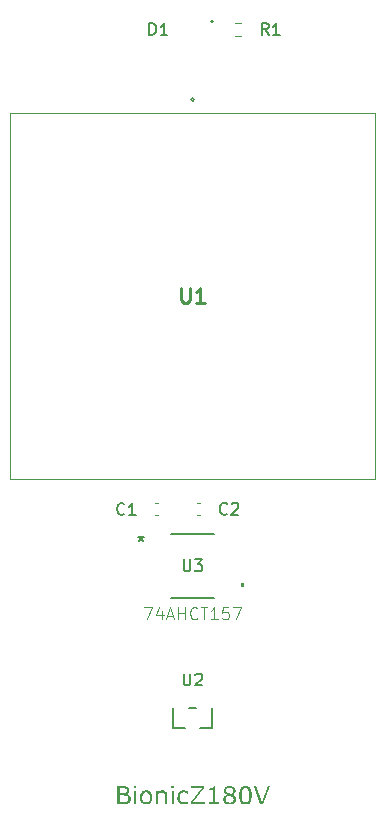
<source format=gbr>
G04 #@! TF.GenerationSoftware,KiCad,Pcbnew,9.0.6*
G04 #@! TF.CreationDate,2025-12-02T20:11:39+09:00*
G04 #@! TF.ProjectId,bionic-z180v,62696f6e-6963-42d7-9a31-3830762e6b69,2*
G04 #@! TF.SameCoordinates,Original*
G04 #@! TF.FileFunction,Legend,Top*
G04 #@! TF.FilePolarity,Positive*
%FSLAX46Y46*%
G04 Gerber Fmt 4.6, Leading zero omitted, Abs format (unit mm)*
G04 Created by KiCad (PCBNEW 9.0.6) date 2025-12-02 20:11:39*
%MOMM*%
%LPD*%
G01*
G04 APERTURE LIST*
%ADD10C,0.150000*%
%ADD11C,0.100000*%
%ADD12C,0.254000*%
%ADD13C,0.152400*%
%ADD14C,0.000000*%
%ADD15C,0.120000*%
%ADD16C,0.200000*%
G04 APERTURE END LIST*
D10*
G36*
X107931915Y-135650061D02*
G01*
X108025476Y-135658789D01*
X108106513Y-135677697D01*
X108184295Y-135710080D01*
X108236718Y-135743504D01*
X108276779Y-135781259D01*
X108306202Y-135823561D01*
X108334157Y-135897607D01*
X108344121Y-135989433D01*
X108337631Y-136060240D01*
X108319033Y-136121445D01*
X108288800Y-136174905D01*
X108225103Y-136243385D01*
X108141247Y-136298736D01*
X108141247Y-136306887D01*
X108239611Y-136337005D01*
X108319874Y-136382062D01*
X108385062Y-136441984D01*
X108433826Y-136515418D01*
X108463767Y-136601463D01*
X108474272Y-136703477D01*
X108469218Y-136777948D01*
X108454678Y-136844180D01*
X108431224Y-136903420D01*
X108380387Y-136982873D01*
X108315453Y-137046119D01*
X108224885Y-137103884D01*
X108126409Y-137142015D01*
X108016332Y-137162610D01*
X107864642Y-137170500D01*
X107323613Y-137170500D01*
X107323613Y-136994645D01*
X107526488Y-136994645D01*
X107794941Y-136994645D01*
X107922123Y-136990867D01*
X108013111Y-136981089D01*
X108092989Y-136960981D01*
X108152512Y-136931355D01*
X108203227Y-136888258D01*
X108236501Y-136841871D01*
X108255902Y-136787100D01*
X108263154Y-136712178D01*
X108255470Y-136627139D01*
X108235494Y-136568471D01*
X108198550Y-136521005D01*
X108135110Y-136477979D01*
X108082545Y-136457800D01*
X108015675Y-136445373D01*
X107845133Y-136437771D01*
X107526488Y-136437771D01*
X107526488Y-136994645D01*
X107323613Y-136994645D01*
X107323613Y-136261916D01*
X107526488Y-136261916D01*
X107788804Y-136261916D01*
X107879202Y-136259164D01*
X107940388Y-136252207D01*
X107994761Y-136237250D01*
X108044985Y-136211816D01*
X108086469Y-136176248D01*
X108113128Y-136132590D01*
X108127797Y-136081292D01*
X108133095Y-136017551D01*
X108128142Y-135965058D01*
X108114594Y-135924495D01*
X108090977Y-135890704D01*
X108055243Y-135863220D01*
X108003539Y-135841301D01*
X107938373Y-135828965D01*
X107768288Y-135822279D01*
X107526488Y-135822279D01*
X107526488Y-136261916D01*
X107323613Y-136261916D01*
X107323613Y-135646424D01*
X107775432Y-135646424D01*
X107931915Y-135650061D01*
G37*
G36*
X108954301Y-135834003D02*
G01*
X108737047Y-135834003D01*
X108737047Y-135634700D01*
X108954301Y-135634700D01*
X108954301Y-135834003D01*
G37*
G36*
X108941936Y-137170500D02*
G01*
X108749320Y-137170500D01*
X108749320Y-136027443D01*
X108941936Y-136027443D01*
X108941936Y-137170500D01*
G37*
G36*
X109888838Y-136008898D02*
G01*
X109990196Y-136039681D01*
X110078264Y-136089610D01*
X110155243Y-136159700D01*
X110215799Y-136243923D01*
X110260421Y-136343243D01*
X110288650Y-136460554D01*
X110298674Y-136599521D01*
X110288642Y-136738503D01*
X110260401Y-136855710D01*
X110215780Y-136954833D01*
X110155243Y-137038792D01*
X110078298Y-137108619D01*
X109990243Y-137158382D01*
X109888873Y-137189074D01*
X109771018Y-137199809D01*
X109652025Y-137189032D01*
X109550059Y-137158273D01*
X109461857Y-137108501D01*
X109385145Y-137038792D01*
X109324859Y-136954868D01*
X109280406Y-136855757D01*
X109252263Y-136738538D01*
X109242263Y-136599521D01*
X109441016Y-136599521D01*
X109447474Y-136707161D01*
X109465240Y-136794246D01*
X109492461Y-136864350D01*
X109528119Y-136920456D01*
X109575524Y-136967955D01*
X109630655Y-137001685D01*
X109695044Y-137022504D01*
X109771018Y-137029816D01*
X109845922Y-137022603D01*
X109909741Y-137002019D01*
X109964701Y-136968597D01*
X110012269Y-136921463D01*
X110048069Y-136865826D01*
X110075462Y-136795813D01*
X110093389Y-136708296D01*
X110099922Y-136599521D01*
X110093335Y-136487725D01*
X110075373Y-136398966D01*
X110048137Y-136329046D01*
X110012819Y-136274464D01*
X109965600Y-136228370D01*
X109910702Y-136195549D01*
X109846599Y-136175256D01*
X109771018Y-136168127D01*
X109694296Y-136175301D01*
X109629603Y-136195662D01*
X109574562Y-136228491D01*
X109527569Y-136274464D01*
X109492493Y-136329008D01*
X109465425Y-136398911D01*
X109447566Y-136487683D01*
X109441016Y-136599521D01*
X109242263Y-136599521D01*
X109252254Y-136460519D01*
X109280386Y-136343195D01*
X109324840Y-136243889D01*
X109385145Y-136159700D01*
X109461892Y-136089728D01*
X109550107Y-136039791D01*
X109652060Y-136008941D01*
X109771018Y-135998134D01*
X109888838Y-136008898D01*
G37*
G36*
X111553747Y-137170500D02*
G01*
X111361131Y-137170500D01*
X111361131Y-136520295D01*
X111351880Y-136372558D01*
X111337920Y-136308187D01*
X111318083Y-136264664D01*
X111287038Y-136227474D01*
X111244261Y-136200825D01*
X111192106Y-136185634D01*
X111119330Y-136179851D01*
X111040446Y-136189128D01*
X110954283Y-136218685D01*
X110870496Y-136262601D01*
X110789328Y-136317878D01*
X110789328Y-137170500D01*
X110596712Y-137170500D01*
X110596712Y-136027443D01*
X110789328Y-136027443D01*
X110789328Y-136156403D01*
X110882307Y-136089243D01*
X110975807Y-136039991D01*
X111073847Y-136008508D01*
X111173552Y-135998134D01*
X111265358Y-136005899D01*
X111341208Y-136027669D01*
X111404150Y-136062160D01*
X111456385Y-136109509D01*
X111496784Y-136167251D01*
X111527133Y-136238026D01*
X111546695Y-136324525D01*
X111553747Y-136430077D01*
X111553747Y-137170500D01*
G37*
G36*
X112131412Y-135834003D02*
G01*
X111914158Y-135834003D01*
X111914158Y-135634700D01*
X112131412Y-135634700D01*
X112131412Y-135834003D01*
G37*
G36*
X112119047Y-137170500D02*
G01*
X111926431Y-137170500D01*
X111926431Y-136027443D01*
X112119047Y-136027443D01*
X112119047Y-137170500D01*
G37*
G36*
X113346734Y-137096219D02*
G01*
X113250807Y-137138138D01*
X113163826Y-137168210D01*
X113075412Y-137187394D01*
X112979911Y-137193947D01*
X112859305Y-137184579D01*
X112752399Y-137157585D01*
X112686075Y-137128871D01*
X112627266Y-137092267D01*
X112575170Y-137047584D01*
X112529883Y-136995262D01*
X112491240Y-136933576D01*
X112459308Y-136861288D01*
X112437255Y-136785113D01*
X112423288Y-136697908D01*
X112418366Y-136598055D01*
X112429087Y-136458531D01*
X112459289Y-136341101D01*
X112507167Y-136241874D01*
X112572514Y-136157869D01*
X112654459Y-136088897D01*
X112748017Y-136039441D01*
X112855457Y-136008841D01*
X112979911Y-135998134D01*
X113077336Y-136005087D01*
X113173077Y-136025978D01*
X113265092Y-136057292D01*
X113346734Y-136093846D01*
X113346734Y-136308811D01*
X113336475Y-136308811D01*
X113245833Y-136248228D01*
X113154575Y-136204580D01*
X113060585Y-136176969D01*
X112971668Y-136168127D01*
X112891370Y-136175459D01*
X112822884Y-136196350D01*
X112763927Y-136230116D01*
X112712923Y-136277395D01*
X112673828Y-136333980D01*
X112644257Y-136404236D01*
X112625076Y-136491071D01*
X112618127Y-136598055D01*
X112624852Y-136701781D01*
X112643506Y-136786928D01*
X112672420Y-136856689D01*
X112710817Y-136913678D01*
X112760907Y-136961175D01*
X112819779Y-136995253D01*
X112889186Y-137016465D01*
X112971668Y-137023954D01*
X113030142Y-137020212D01*
X113090553Y-137008750D01*
X113148931Y-136990916D01*
X113199180Y-136969274D01*
X113278040Y-136924303D01*
X113336475Y-136883270D01*
X113346734Y-136883270D01*
X113346734Y-137096219D01*
G37*
G36*
X114723805Y-137170500D02*
G01*
X113533121Y-137170500D01*
X113533121Y-136982921D01*
X114468633Y-135828141D01*
X113567926Y-135828141D01*
X113567926Y-135646424D01*
X114701182Y-135646424D01*
X114701182Y-135834003D01*
X113756512Y-136988783D01*
X114723805Y-136988783D01*
X114723805Y-137170500D01*
G37*
G36*
X115952316Y-137170500D02*
G01*
X115126440Y-137170500D01*
X115126440Y-137012230D01*
X115444077Y-137012230D01*
X115444077Y-135998134D01*
X115126440Y-135998134D01*
X115126440Y-135857450D01*
X115264742Y-135846825D01*
X115333615Y-135832586D01*
X115376483Y-135815868D01*
X115419111Y-135786613D01*
X115450672Y-135751479D01*
X115471429Y-135707877D01*
X115481996Y-135646424D01*
X115640815Y-135646424D01*
X115640815Y-137012230D01*
X115952316Y-137012230D01*
X115952316Y-137170500D01*
G37*
G36*
X116958268Y-135624749D02*
G01*
X117055492Y-135646253D01*
X117138141Y-135680164D01*
X117208488Y-135725925D01*
X117269157Y-135785237D01*
X117311052Y-135850100D01*
X117336168Y-135921783D01*
X117344775Y-136002347D01*
X117337894Y-136069010D01*
X117316842Y-136135903D01*
X117280204Y-136204214D01*
X117231646Y-136264266D01*
X117169160Y-136315842D01*
X117090610Y-136359186D01*
X117090610Y-136365322D01*
X117182798Y-136411498D01*
X117254846Y-136461722D01*
X117309879Y-136515715D01*
X117351220Y-136579144D01*
X117376732Y-136654041D01*
X117385716Y-136743410D01*
X117375951Y-136837960D01*
X117347443Y-136922482D01*
X117299969Y-136999259D01*
X117231477Y-137069749D01*
X117151201Y-137125655D01*
X117061092Y-137166060D01*
X116959352Y-137191088D01*
X116843680Y-137199809D01*
X116719892Y-137190969D01*
X116614752Y-137166015D01*
X116525159Y-137126486D01*
X116448648Y-137072772D01*
X116383903Y-137004198D01*
X116338585Y-136928293D01*
X116311119Y-136843496D01*
X116301645Y-136747440D01*
X116303533Y-136728756D01*
X116508640Y-136728756D01*
X116519516Y-136815102D01*
X116551020Y-136888848D01*
X116603895Y-136953062D01*
X116672013Y-137001618D01*
X116751573Y-137031199D01*
X116845787Y-137041539D01*
X116942861Y-137032364D01*
X117021311Y-137006774D01*
X117085023Y-136966160D01*
X117134304Y-136910426D01*
X117164167Y-136842583D01*
X117174691Y-136758889D01*
X117169578Y-136698470D01*
X117155407Y-136649829D01*
X117133200Y-136610603D01*
X117101719Y-136577529D01*
X117049853Y-136540323D01*
X116970717Y-136498404D01*
X116865204Y-136457188D01*
X116712522Y-136403882D01*
X116654681Y-136440950D01*
X116605574Y-136485398D01*
X116564419Y-136537697D01*
X116533568Y-136596120D01*
X116514984Y-136659369D01*
X116508640Y-136728756D01*
X116303533Y-136728756D01*
X116309897Y-136665789D01*
X116334300Y-136590281D01*
X116375375Y-136519287D01*
X116429864Y-136457195D01*
X116498503Y-136403194D01*
X116583379Y-136357171D01*
X116583379Y-136351034D01*
X116504203Y-136303354D01*
X116444685Y-136255951D01*
X116401479Y-136208793D01*
X116369440Y-136154522D01*
X116349578Y-136090897D01*
X116342586Y-136015628D01*
X116345298Y-135990532D01*
X116548574Y-135990532D01*
X116559159Y-136059758D01*
X116590065Y-136117752D01*
X116639567Y-136166445D01*
X116715636Y-136213281D01*
X116824721Y-136261367D01*
X116963573Y-136310368D01*
X117028058Y-136261584D01*
X117073684Y-136215084D01*
X117103982Y-136170417D01*
X117132830Y-136093678D01*
X117142908Y-136002805D01*
X117133277Y-135934052D01*
X117105463Y-135876956D01*
X117058370Y-135828599D01*
X116998910Y-135793431D01*
X116927955Y-135771455D01*
X116842673Y-135763661D01*
X116758534Y-135771074D01*
X116688924Y-135791896D01*
X116631006Y-135825027D01*
X116585003Y-135870935D01*
X116557933Y-135925166D01*
X116548574Y-135990532D01*
X116345298Y-135990532D01*
X116351437Y-135933721D01*
X116377372Y-135860201D01*
X116420828Y-135793031D01*
X116484002Y-135730963D01*
X116557278Y-135682350D01*
X116640405Y-135646933D01*
X116735140Y-135624847D01*
X116843680Y-135617115D01*
X116958268Y-135624749D01*
G37*
G36*
X118289075Y-135625872D02*
G01*
X118381171Y-135650581D01*
X118459113Y-135689879D01*
X118525228Y-135743781D01*
X118580888Y-135813669D01*
X118631445Y-135912290D01*
X118671195Y-136039674D01*
X118697701Y-136202264D01*
X118707467Y-136407454D01*
X118700905Y-136581302D01*
X118682850Y-136724003D01*
X118655449Y-136840098D01*
X118620399Y-136933690D01*
X118578873Y-137008383D01*
X118522647Y-137076425D01*
X118456377Y-137128959D01*
X118378725Y-137167255D01*
X118287480Y-137191302D01*
X118179719Y-137199809D01*
X118070243Y-137191140D01*
X117978087Y-137166695D01*
X117900155Y-137127856D01*
X117834109Y-137074665D01*
X117778551Y-137005819D01*
X117728250Y-136908504D01*
X117688519Y-136781433D01*
X117661905Y-136617725D01*
X117652063Y-136409469D01*
X117860067Y-136409469D01*
X117863165Y-136561861D01*
X117871332Y-136675358D01*
X117889475Y-136778568D01*
X117919509Y-136866875D01*
X117961224Y-136937962D01*
X118015313Y-136988050D01*
X118058596Y-137010295D01*
X118112567Y-137024623D01*
X118179811Y-137029816D01*
X118242941Y-137024996D01*
X118295557Y-137011480D01*
X118339546Y-136990157D01*
X118377905Y-136959945D01*
X118410671Y-136920367D01*
X118438006Y-136869898D01*
X118467374Y-136782894D01*
X118486641Y-136675908D01*
X118495979Y-136558718D01*
X118499464Y-136407454D01*
X118496007Y-136257625D01*
X118486641Y-136138543D01*
X118466934Y-136029689D01*
X118436999Y-135945011D01*
X118393586Y-135875046D01*
X118339088Y-135826859D01*
X118296010Y-135805569D01*
X118243621Y-135791984D01*
X118179811Y-135787108D01*
X118116625Y-135791948D01*
X118064148Y-135805503D01*
X118020443Y-135826859D01*
X117965051Y-135875419D01*
X117920517Y-135947026D01*
X117892434Y-136028902D01*
X117872889Y-136143672D01*
X117863419Y-136267702D01*
X117860067Y-136409469D01*
X117652063Y-136409469D01*
X117662050Y-136199576D01*
X117689023Y-136035054D01*
X117729241Y-135907766D01*
X117780108Y-135810647D01*
X117836263Y-135741800D01*
X117902535Y-135688693D01*
X117980258Y-135650002D01*
X118071665Y-135625710D01*
X118179719Y-135617115D01*
X118289075Y-135625872D01*
G37*
G36*
X120254623Y-135646424D02*
G01*
X119699215Y-137170500D01*
X119428747Y-137170500D01*
X118873339Y-135646424D01*
X119090593Y-135646424D01*
X119569064Y-136987317D01*
X120047628Y-135646424D01*
X120254623Y-135646424D01*
G37*
D11*
X109628571Y-120511419D02*
X110295237Y-120511419D01*
X110295237Y-120511419D02*
X109866666Y-121511419D01*
X111104761Y-120844752D02*
X111104761Y-121511419D01*
X110866666Y-120463800D02*
X110628571Y-121178085D01*
X110628571Y-121178085D02*
X111247618Y-121178085D01*
X111580952Y-121225704D02*
X112057142Y-121225704D01*
X111485714Y-121511419D02*
X111819047Y-120511419D01*
X111819047Y-120511419D02*
X112152380Y-121511419D01*
X112485714Y-121511419D02*
X112485714Y-120511419D01*
X112485714Y-120987609D02*
X113057142Y-120987609D01*
X113057142Y-121511419D02*
X113057142Y-120511419D01*
X114104761Y-121416180D02*
X114057142Y-121463800D01*
X114057142Y-121463800D02*
X113914285Y-121511419D01*
X113914285Y-121511419D02*
X113819047Y-121511419D01*
X113819047Y-121511419D02*
X113676190Y-121463800D01*
X113676190Y-121463800D02*
X113580952Y-121368561D01*
X113580952Y-121368561D02*
X113533333Y-121273323D01*
X113533333Y-121273323D02*
X113485714Y-121082847D01*
X113485714Y-121082847D02*
X113485714Y-120939990D01*
X113485714Y-120939990D02*
X113533333Y-120749514D01*
X113533333Y-120749514D02*
X113580952Y-120654276D01*
X113580952Y-120654276D02*
X113676190Y-120559038D01*
X113676190Y-120559038D02*
X113819047Y-120511419D01*
X113819047Y-120511419D02*
X113914285Y-120511419D01*
X113914285Y-120511419D02*
X114057142Y-120559038D01*
X114057142Y-120559038D02*
X114104761Y-120606657D01*
X114390476Y-120511419D02*
X114961904Y-120511419D01*
X114676190Y-121511419D02*
X114676190Y-120511419D01*
X115819047Y-121511419D02*
X115247619Y-121511419D01*
X115533333Y-121511419D02*
X115533333Y-120511419D01*
X115533333Y-120511419D02*
X115438095Y-120654276D01*
X115438095Y-120654276D02*
X115342857Y-120749514D01*
X115342857Y-120749514D02*
X115247619Y-120797133D01*
X116723809Y-120511419D02*
X116247619Y-120511419D01*
X116247619Y-120511419D02*
X116200000Y-120987609D01*
X116200000Y-120987609D02*
X116247619Y-120939990D01*
X116247619Y-120939990D02*
X116342857Y-120892371D01*
X116342857Y-120892371D02*
X116580952Y-120892371D01*
X116580952Y-120892371D02*
X116676190Y-120939990D01*
X116676190Y-120939990D02*
X116723809Y-120987609D01*
X116723809Y-120987609D02*
X116771428Y-121082847D01*
X116771428Y-121082847D02*
X116771428Y-121320942D01*
X116771428Y-121320942D02*
X116723809Y-121416180D01*
X116723809Y-121416180D02*
X116676190Y-121463800D01*
X116676190Y-121463800D02*
X116580952Y-121511419D01*
X116580952Y-121511419D02*
X116342857Y-121511419D01*
X116342857Y-121511419D02*
X116247619Y-121463800D01*
X116247619Y-121463800D02*
X116200000Y-121416180D01*
X117104762Y-120511419D02*
X117771428Y-120511419D01*
X117771428Y-120511419D02*
X117342857Y-121511419D01*
D10*
X112938095Y-116455820D02*
X112938095Y-117265343D01*
X112938095Y-117265343D02*
X112985714Y-117360581D01*
X112985714Y-117360581D02*
X113033333Y-117408201D01*
X113033333Y-117408201D02*
X113128571Y-117455820D01*
X113128571Y-117455820D02*
X113319047Y-117455820D01*
X113319047Y-117455820D02*
X113414285Y-117408201D01*
X113414285Y-117408201D02*
X113461904Y-117360581D01*
X113461904Y-117360581D02*
X113509523Y-117265343D01*
X113509523Y-117265343D02*
X113509523Y-116455820D01*
X113890476Y-116455820D02*
X114509523Y-116455820D01*
X114509523Y-116455820D02*
X114176190Y-116836772D01*
X114176190Y-116836772D02*
X114319047Y-116836772D01*
X114319047Y-116836772D02*
X114414285Y-116884391D01*
X114414285Y-116884391D02*
X114461904Y-116932010D01*
X114461904Y-116932010D02*
X114509523Y-117027248D01*
X114509523Y-117027248D02*
X114509523Y-117265343D01*
X114509523Y-117265343D02*
X114461904Y-117360581D01*
X114461904Y-117360581D02*
X114414285Y-117408201D01*
X114414285Y-117408201D02*
X114319047Y-117455820D01*
X114319047Y-117455820D02*
X114033333Y-117455820D01*
X114033333Y-117455820D02*
X113938095Y-117408201D01*
X113938095Y-117408201D02*
X113890476Y-117360581D01*
X109331200Y-114438220D02*
X109331200Y-114676315D01*
X109093105Y-114581077D02*
X109331200Y-114676315D01*
X109331200Y-114676315D02*
X109569295Y-114581077D01*
X109188343Y-114866791D02*
X109331200Y-114676315D01*
X109331200Y-114676315D02*
X109474057Y-114866791D01*
X110040905Y-72055019D02*
X110040905Y-71055019D01*
X110040905Y-71055019D02*
X110279000Y-71055019D01*
X110279000Y-71055019D02*
X110421857Y-71102638D01*
X110421857Y-71102638D02*
X110517095Y-71197876D01*
X110517095Y-71197876D02*
X110564714Y-71293114D01*
X110564714Y-71293114D02*
X110612333Y-71483590D01*
X110612333Y-71483590D02*
X110612333Y-71626447D01*
X110612333Y-71626447D02*
X110564714Y-71816923D01*
X110564714Y-71816923D02*
X110517095Y-71912161D01*
X110517095Y-71912161D02*
X110421857Y-72007400D01*
X110421857Y-72007400D02*
X110279000Y-72055019D01*
X110279000Y-72055019D02*
X110040905Y-72055019D01*
X111564714Y-72055019D02*
X110993286Y-72055019D01*
X111279000Y-72055019D02*
X111279000Y-71055019D01*
X111279000Y-71055019D02*
X111183762Y-71197876D01*
X111183762Y-71197876D02*
X111088524Y-71293114D01*
X111088524Y-71293114D02*
X110993286Y-71340733D01*
X120137333Y-72055019D02*
X119804000Y-71578828D01*
X119565905Y-72055019D02*
X119565905Y-71055019D01*
X119565905Y-71055019D02*
X119946857Y-71055019D01*
X119946857Y-71055019D02*
X120042095Y-71102638D01*
X120042095Y-71102638D02*
X120089714Y-71150257D01*
X120089714Y-71150257D02*
X120137333Y-71245495D01*
X120137333Y-71245495D02*
X120137333Y-71388352D01*
X120137333Y-71388352D02*
X120089714Y-71483590D01*
X120089714Y-71483590D02*
X120042095Y-71531209D01*
X120042095Y-71531209D02*
X119946857Y-71578828D01*
X119946857Y-71578828D02*
X119565905Y-71578828D01*
X121089714Y-72055019D02*
X120518286Y-72055019D01*
X120804000Y-72055019D02*
X120804000Y-71055019D01*
X120804000Y-71055019D02*
X120708762Y-71197876D01*
X120708762Y-71197876D02*
X120613524Y-71293114D01*
X120613524Y-71293114D02*
X120518286Y-71340733D01*
D12*
X112732380Y-93434318D02*
X112732380Y-94462413D01*
X112732380Y-94462413D02*
X112792857Y-94583365D01*
X112792857Y-94583365D02*
X112853333Y-94643842D01*
X112853333Y-94643842D02*
X112974285Y-94704318D01*
X112974285Y-94704318D02*
X113216190Y-94704318D01*
X113216190Y-94704318D02*
X113337142Y-94643842D01*
X113337142Y-94643842D02*
X113397619Y-94583365D01*
X113397619Y-94583365D02*
X113458095Y-94462413D01*
X113458095Y-94462413D02*
X113458095Y-93434318D01*
X114728095Y-94704318D02*
X114002380Y-94704318D01*
X114365237Y-94704318D02*
X114365237Y-93434318D01*
X114365237Y-93434318D02*
X114244285Y-93615746D01*
X114244285Y-93615746D02*
X114123333Y-93736699D01*
X114123333Y-93736699D02*
X114002380Y-93797175D01*
D10*
X112938095Y-126122219D02*
X112938095Y-126931742D01*
X112938095Y-126931742D02*
X112985714Y-127026980D01*
X112985714Y-127026980D02*
X113033333Y-127074600D01*
X113033333Y-127074600D02*
X113128571Y-127122219D01*
X113128571Y-127122219D02*
X113319047Y-127122219D01*
X113319047Y-127122219D02*
X113414285Y-127074600D01*
X113414285Y-127074600D02*
X113461904Y-127026980D01*
X113461904Y-127026980D02*
X113509523Y-126931742D01*
X113509523Y-126931742D02*
X113509523Y-126122219D01*
X113938095Y-126217457D02*
X113985714Y-126169838D01*
X113985714Y-126169838D02*
X114080952Y-126122219D01*
X114080952Y-126122219D02*
X114319047Y-126122219D01*
X114319047Y-126122219D02*
X114414285Y-126169838D01*
X114414285Y-126169838D02*
X114461904Y-126217457D01*
X114461904Y-126217457D02*
X114509523Y-126312695D01*
X114509523Y-126312695D02*
X114509523Y-126407933D01*
X114509523Y-126407933D02*
X114461904Y-126550790D01*
X114461904Y-126550790D02*
X113890476Y-127122219D01*
X113890476Y-127122219D02*
X114509523Y-127122219D01*
X107919933Y-112599780D02*
X107872314Y-112647400D01*
X107872314Y-112647400D02*
X107729457Y-112695019D01*
X107729457Y-112695019D02*
X107634219Y-112695019D01*
X107634219Y-112695019D02*
X107491362Y-112647400D01*
X107491362Y-112647400D02*
X107396124Y-112552161D01*
X107396124Y-112552161D02*
X107348505Y-112456923D01*
X107348505Y-112456923D02*
X107300886Y-112266447D01*
X107300886Y-112266447D02*
X107300886Y-112123590D01*
X107300886Y-112123590D02*
X107348505Y-111933114D01*
X107348505Y-111933114D02*
X107396124Y-111837876D01*
X107396124Y-111837876D02*
X107491362Y-111742638D01*
X107491362Y-111742638D02*
X107634219Y-111695019D01*
X107634219Y-111695019D02*
X107729457Y-111695019D01*
X107729457Y-111695019D02*
X107872314Y-111742638D01*
X107872314Y-111742638D02*
X107919933Y-111790257D01*
X108872314Y-112695019D02*
X108300886Y-112695019D01*
X108586600Y-112695019D02*
X108586600Y-111695019D01*
X108586600Y-111695019D02*
X108491362Y-111837876D01*
X108491362Y-111837876D02*
X108396124Y-111933114D01*
X108396124Y-111933114D02*
X108300886Y-111980733D01*
X116632133Y-112574380D02*
X116584514Y-112622000D01*
X116584514Y-112622000D02*
X116441657Y-112669619D01*
X116441657Y-112669619D02*
X116346419Y-112669619D01*
X116346419Y-112669619D02*
X116203562Y-112622000D01*
X116203562Y-112622000D02*
X116108324Y-112526761D01*
X116108324Y-112526761D02*
X116060705Y-112431523D01*
X116060705Y-112431523D02*
X116013086Y-112241047D01*
X116013086Y-112241047D02*
X116013086Y-112098190D01*
X116013086Y-112098190D02*
X116060705Y-111907714D01*
X116060705Y-111907714D02*
X116108324Y-111812476D01*
X116108324Y-111812476D02*
X116203562Y-111717238D01*
X116203562Y-111717238D02*
X116346419Y-111669619D01*
X116346419Y-111669619D02*
X116441657Y-111669619D01*
X116441657Y-111669619D02*
X116584514Y-111717238D01*
X116584514Y-111717238D02*
X116632133Y-111764857D01*
X117013086Y-111764857D02*
X117060705Y-111717238D01*
X117060705Y-111717238D02*
X117155943Y-111669619D01*
X117155943Y-111669619D02*
X117394038Y-111669619D01*
X117394038Y-111669619D02*
X117489276Y-111717238D01*
X117489276Y-111717238D02*
X117536895Y-111764857D01*
X117536895Y-111764857D02*
X117584514Y-111860095D01*
X117584514Y-111860095D02*
X117584514Y-111955333D01*
X117584514Y-111955333D02*
X117536895Y-112098190D01*
X117536895Y-112098190D02*
X116965467Y-112669619D01*
X116965467Y-112669619D02*
X117584514Y-112669619D01*
D13*
X111860576Y-119680701D02*
X115539424Y-119680701D01*
X115539424Y-114321301D02*
X111860576Y-114321301D01*
D14*
G36*
X118068800Y-118816502D02*
G01*
X117814800Y-118816502D01*
X117814800Y-118435502D01*
X118068800Y-118435502D01*
X118068800Y-118816502D01*
G37*
D13*
X115427200Y-70914400D02*
G75*
G02*
X115274800Y-70914400I-76200J0D01*
G01*
X115274800Y-70914400D02*
G75*
G02*
X115427200Y-70914400I76200J0D01*
G01*
D15*
X117255276Y-71077700D02*
X117764724Y-71077700D01*
X117255276Y-72122700D02*
X117764724Y-72122700D01*
D11*
X98225000Y-78655000D02*
X129175000Y-78655000D01*
X98225000Y-109605000D02*
X98225000Y-78655000D01*
D16*
X113700000Y-77420000D02*
X113700000Y-77420000D01*
X113700000Y-77620000D02*
X113700000Y-77620000D01*
D11*
X129175000Y-78655000D02*
X129175000Y-109605000D01*
X129175000Y-109605000D02*
X98225000Y-109605000D01*
D16*
X113700000Y-77420000D02*
G75*
G02*
X113700000Y-77620000I0J-100000D01*
G01*
X113700000Y-77620000D02*
G75*
G02*
X113700000Y-77420000I0J100000D01*
G01*
D13*
X112048000Y-129067000D02*
X112048000Y-130721000D01*
X112048000Y-130721000D02*
X113037060Y-130721000D01*
X113987061Y-129067000D02*
X113412939Y-129067000D01*
X114362940Y-130721000D02*
X115352000Y-130721000D01*
X115352000Y-130721000D02*
X115352000Y-129067000D01*
D15*
X110773967Y-111704800D02*
X110481433Y-111704800D01*
X110773967Y-112724800D02*
X110481433Y-112724800D01*
X114062833Y-111704800D02*
X114355367Y-111704800D01*
X114062833Y-112724800D02*
X114355367Y-112724800D01*
M02*

</source>
